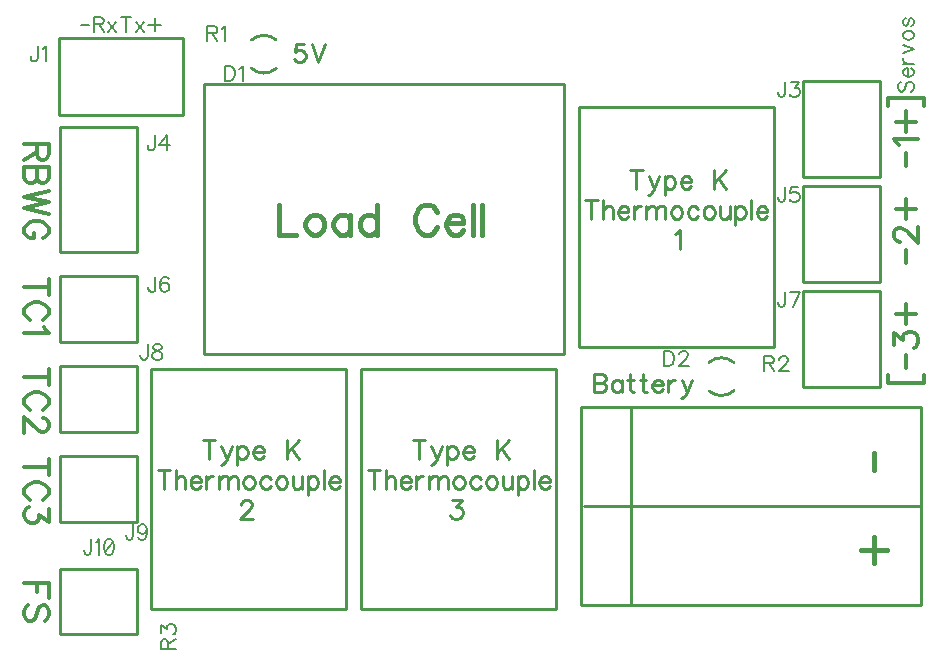
<source format=gbr>
%TF.GenerationSoftware,Novarm,DipTrace,3.3.0.1*%
%TF.CreationDate,2018-11-14T10:16:25-08:00*%
%FSLAX26Y26*%
%MOIN*%
%TF.FileFunction,Legend,Top*%
%TF.Part,Single*%
%ADD10C,0.009843*%
%ADD43C,0.00772*%
%ADD44C,0.012351*%
%ADD45C,0.009264*%
%ADD46C,0.015439*%
G75*
G01*
%LPD*%
X3435629Y632480D2*
D10*
X2299645D1*
Y1294188D1*
X3435629D1*
Y632480D1*
Y963202D2*
X2309642D1*
X2467203Y1293924D2*
Y632480D1*
X1284259Y2420700D2*
G02X1202028Y2421834I-40474J47136D01*
G01*
X1284259Y2516700D2*
G03X1202028Y2515566I-40474J-47136D01*
G01*
X2728141Y1441700D2*
G02X2810372Y1440566I40474J-47136D01*
G01*
X2728141Y1345700D2*
G03X2810372Y1346834I40474J47136D01*
G01*
X974700Y2521700D2*
X559700D1*
Y2265700D1*
X974700D1*
Y2521700D1*
X3040747Y2377755D2*
X3296653D1*
Y2059645D1*
X3040747D1*
Y2377755D1*
X565700Y2224700D2*
X821700D1*
Y1809700D1*
X565700D1*
Y2224700D1*
X3040747Y2027755D2*
X3296653D1*
Y1709645D1*
X3040747D1*
Y2027755D1*
X565747Y1727755D2*
X821653D1*
Y1509645D1*
X565747D1*
Y1727755D1*
X3040747Y1677755D2*
X3296653D1*
Y1359645D1*
X3040747D1*
Y1677755D1*
X565747Y1427755D2*
X821653D1*
Y1209645D1*
X565747D1*
Y1427755D1*
Y1127755D2*
X821653D1*
Y909645D1*
X565747D1*
Y1127755D1*
Y752755D2*
X821653D1*
Y534645D1*
X565747D1*
Y752755D1*
X1043700Y2368700D2*
X2243700D1*
Y1468700D1*
X1043700D1*
Y2368700D1*
X2293700Y1493700D2*
X2943700D1*
Y2293700D1*
X2293700D1*
Y1493700D1*
X1518700Y1418700D2*
X868700D1*
Y618700D1*
X1518700D1*
Y1418700D1*
X2218700D2*
X1568700D1*
Y618700D1*
X2218700D1*
Y1418700D1*
X1113237Y2429915D2*
D43*
Y2379675D1*
X1129984D1*
X1137169Y2382107D1*
X1141977Y2386860D1*
X1144354Y2391669D1*
X1146730Y2398799D1*
Y2410792D1*
X1144354Y2417977D1*
X1141977Y2422730D1*
X1137169Y2427539D1*
X1129984Y2429915D1*
X1113237D1*
X1162170Y2420298D2*
X1166978Y2422730D1*
X1174163Y2429860D1*
Y2379675D1*
X2577487Y1479915D2*
Y1429675D1*
X2594234D1*
X2601419Y1432107D1*
X2606227Y1436860D1*
X2608604Y1441669D1*
X2610980Y1448799D1*
Y1460792D1*
X2608604Y1467977D1*
X2606227Y1472730D1*
X2601419Y1477539D1*
X2594234Y1479915D1*
X2577487D1*
X2628851Y1467922D2*
Y1470298D1*
X2631228Y1475107D1*
X2633605Y1477483D1*
X2638413Y1479860D1*
X2647975D1*
X2652728Y1477483D1*
X2655105Y1475107D1*
X2657536Y1470298D1*
Y1465545D1*
X2655105Y1460737D1*
X2650351Y1453607D1*
X2626420Y1429675D1*
X2659913D1*
X490449Y2494923D2*
Y2456677D1*
X488073Y2449492D1*
X485641Y2447115D1*
X480888Y2444683D1*
X476079D1*
X471326Y2447115D1*
X468950Y2449492D1*
X466518Y2456677D1*
Y2461430D1*
X505889Y2485306D2*
X510697Y2487738D1*
X517882Y2494868D1*
Y2444683D1*
X2981200Y2375978D2*
Y2337732D1*
X2978823Y2330547D1*
X2976391Y2328170D1*
X2971638Y2325738D1*
X2966829D1*
X2962076Y2328170D1*
X2959700Y2330547D1*
X2957268Y2337732D1*
Y2342485D1*
X3001447Y2375923D2*
X3027700D1*
X3013385Y2356800D1*
X3020571D1*
X3025324Y2354423D1*
X3027700Y2352046D1*
X3030132Y2344861D1*
Y2340108D1*
X3027700Y2332923D1*
X3022947Y2328115D1*
X3015762Y2325738D1*
X3008577D1*
X3001447Y2328115D1*
X2999071Y2330547D1*
X2996639Y2335300D1*
X880011Y2197923D2*
Y2159677D1*
X877635Y2152492D1*
X875203Y2150115D1*
X870450Y2147683D1*
X865641D1*
X860888Y2150115D1*
X858511Y2152492D1*
X856080Y2159677D1*
Y2164430D1*
X919382Y2147683D2*
Y2197868D1*
X895451Y2164430D1*
X931320D1*
X2981200Y2025978D2*
Y1987732D1*
X2978823Y1980547D1*
X2976391Y1978170D1*
X2971638Y1975738D1*
X2966829D1*
X2962076Y1978170D1*
X2959700Y1980547D1*
X2957268Y1987732D1*
Y1992485D1*
X3025324Y2025923D2*
X3001447D1*
X2999071Y2004423D1*
X3001447Y2006800D1*
X3008632Y2009232D1*
X3015762D1*
X3022947Y2006800D1*
X3027756Y2002046D1*
X3030132Y1994861D1*
Y1990108D1*
X3027756Y1982923D1*
X3022947Y1978115D1*
X3015762Y1975738D1*
X3008632D1*
X3001447Y1978115D1*
X2999071Y1980547D1*
X2996639Y1985300D1*
X882415Y1725978D2*
Y1687732D1*
X880039Y1680547D1*
X877607Y1678170D1*
X872854Y1675738D1*
X868045D1*
X863292Y1678170D1*
X860916Y1680547D1*
X858484Y1687732D1*
Y1692485D1*
X926540Y1718793D2*
X924163Y1723546D1*
X916978Y1725923D1*
X912225D1*
X905040Y1723546D1*
X900231Y1716361D1*
X897855Y1704423D1*
Y1692485D1*
X900231Y1682923D1*
X905040Y1678115D1*
X912225Y1675738D1*
X914601D1*
X921731Y1678115D1*
X926540Y1682923D1*
X928916Y1690108D1*
Y1692485D1*
X926540Y1699670D1*
X921731Y1704423D1*
X914601Y1706800D1*
X912225D1*
X905040Y1704423D1*
X900231Y1699670D1*
X897855Y1692485D1*
X2981200Y1675978D2*
Y1637732D1*
X2978823Y1630547D1*
X2976391Y1628170D1*
X2971638Y1625738D1*
X2966829D1*
X2962076Y1628170D1*
X2959700Y1630547D1*
X2957268Y1637732D1*
Y1642485D1*
X3006200Y1625738D2*
X3030132Y1675923D1*
X2996639D1*
X856227Y1500978D2*
Y1462732D1*
X853851Y1455547D1*
X851419Y1453170D1*
X846666Y1450738D1*
X841857D1*
X837104Y1453170D1*
X834727Y1455547D1*
X832295Y1462732D1*
Y1467485D1*
X883605Y1500923D2*
X876475Y1498546D1*
X874043Y1493793D1*
Y1488985D1*
X876475Y1484232D1*
X881228Y1481800D1*
X890790Y1479423D1*
X897975Y1477046D1*
X902728Y1472238D1*
X905105Y1467485D1*
Y1460300D1*
X902728Y1455547D1*
X900351Y1453115D1*
X893166Y1450738D1*
X883605D1*
X876475Y1453115D1*
X874043Y1455547D1*
X871666Y1460300D1*
Y1467485D1*
X874043Y1472238D1*
X878851Y1477046D1*
X885981Y1479423D1*
X895543Y1481800D1*
X900351Y1484232D1*
X902728Y1488985D1*
Y1493793D1*
X900351Y1498546D1*
X893166Y1500923D1*
X883605D1*
X807388Y900978D2*
Y862732D1*
X805011Y855547D1*
X802579Y853170D1*
X797826Y850738D1*
X793018D1*
X788265Y853170D1*
X785888Y855547D1*
X783456Y862732D1*
Y867485D1*
X853944Y884232D2*
X851512Y877046D1*
X846759Y872238D1*
X839574Y869861D1*
X837197D1*
X830012Y872238D1*
X825259Y877046D1*
X822827Y884232D1*
Y886608D1*
X825259Y893793D1*
X830012Y898546D1*
X837197Y900923D1*
X839574D1*
X846759Y898546D1*
X851512Y893793D1*
X853944Y884232D1*
Y872238D1*
X851512Y860300D1*
X846759Y853115D1*
X839574Y850738D1*
X834821D1*
X827636Y853115D1*
X825259Y857923D1*
X667483Y850978D2*
Y812732D1*
X665107Y805547D1*
X662675Y803170D1*
X657922Y800738D1*
X653113D1*
X648360Y803170D1*
X645983Y805547D1*
X643551Y812732D1*
Y817485D1*
X682922Y841361D2*
X687731Y843793D1*
X694916Y850923D1*
Y800738D1*
X724725Y850923D2*
X717540Y848546D1*
X712732Y841361D1*
X710355Y829423D1*
Y822238D1*
X712732Y810300D1*
X717540Y803115D1*
X724725Y800738D1*
X729478D1*
X736663Y803115D1*
X741417Y810300D1*
X743849Y822238D1*
Y829423D1*
X741417Y841361D1*
X736663Y848546D1*
X729478Y850923D1*
X724725D1*
X741417Y841361D2*
X712732Y810300D1*
X1054772Y2537676D2*
X1076272D1*
X1083457Y2540108D1*
X1085889Y2542485D1*
X1088266Y2547238D1*
Y2552046D1*
X1085889Y2556800D1*
X1083457Y2559232D1*
X1076272Y2561608D1*
X1054772D1*
Y2511368D1*
X1071519Y2537676D2*
X1088266Y2511368D1*
X1103705Y2551991D2*
X1108513Y2554423D1*
X1115698Y2561553D1*
Y2511368D1*
X2910952Y1437676D2*
X2932451D1*
X2939636Y1440108D1*
X2942068Y1442485D1*
X2944445Y1447238D1*
Y1452046D1*
X2942068Y1456800D1*
X2939636Y1459232D1*
X2932451Y1461608D1*
X2910952D1*
Y1411368D1*
X2927698Y1437676D2*
X2944445Y1411368D1*
X2962316Y1449615D2*
Y1451991D1*
X2964693Y1456800D1*
X2967069Y1459176D1*
X2971878Y1461553D1*
X2981439D1*
X2986192Y1459176D1*
X2988569Y1456800D1*
X2991001Y1451991D1*
Y1447238D1*
X2988569Y1442430D1*
X2983816Y1435300D1*
X2959884Y1411368D1*
X2993378D1*
X924724Y485952D2*
Y507452D1*
X922292Y514637D1*
X919915Y517068D1*
X915162Y519445D1*
X910354D1*
X905600Y517068D1*
X903169Y514637D1*
X900792Y507452D1*
Y485952D1*
X951032D1*
X924724Y502698D2*
X951032Y519445D1*
X900847Y539693D2*
Y565946D1*
X919970Y551631D1*
Y558816D1*
X922347Y563569D1*
X924724Y565946D1*
X931909Y568378D1*
X936662D1*
X943847Y565946D1*
X948655Y561192D1*
X951032Y554007D1*
Y546822D1*
X948655Y539693D1*
X946223Y537316D1*
X941470Y534884D1*
X3384451Y2096132D2*
D44*
Y2140347D1*
X3359602Y2165050D2*
X3355711Y2172744D1*
X3344303Y2184240D1*
X3424599D1*
X3350007Y2243342D2*
X3418895D1*
X3384495Y2208942D2*
Y2277830D1*
X3384451Y1771132D2*
Y1815347D1*
X3363404Y1843941D2*
X3359602D1*
X3351908Y1847744D1*
X3348106Y1851546D1*
X3344303Y1859240D1*
Y1874538D1*
X3348106Y1882143D1*
X3351908Y1885946D1*
X3359602Y1889837D1*
X3367207D1*
X3374900Y1885946D1*
X3386308Y1878341D1*
X3424599Y1840050D1*
Y1893639D1*
X3350007Y1952742D2*
X3418895D1*
X3384495Y1918342D2*
Y1987230D1*
X3384451Y1421132D2*
Y1465347D1*
X3344303Y1497744D2*
Y1539748D1*
X3374900Y1516845D1*
Y1528341D1*
X3378703Y1535946D1*
X3382505Y1539748D1*
X3394001Y1543639D1*
X3401606D1*
X3413102Y1539748D1*
X3420796Y1532143D1*
X3424599Y1520647D1*
Y1509151D1*
X3420796Y1497744D1*
X3416905Y1493941D1*
X3409300Y1490050D1*
X3350007Y1602742D2*
X3418895D1*
X3384495Y1568342D2*
Y1637230D1*
X2344113Y1402569D2*
D45*
Y1342281D1*
X2369979D1*
X2378601Y1345199D1*
X2381453Y1348051D1*
X2384305Y1353755D1*
Y1362377D1*
X2381453Y1368147D1*
X2378601Y1370999D1*
X2369979Y1373851D1*
X2378601Y1376769D1*
X2381453Y1379621D1*
X2384305Y1385325D1*
Y1391095D1*
X2381453Y1396799D1*
X2378601Y1399717D1*
X2369979Y1402569D1*
X2344113D1*
Y1373851D2*
X2369979D1*
X2437254Y1382473D2*
Y1342281D1*
Y1373851D2*
X2431550Y1379621D1*
X2425780Y1382473D1*
X2417224D1*
X2411454Y1379621D1*
X2405750Y1373851D1*
X2402832Y1365229D1*
Y1359525D1*
X2405750Y1350903D1*
X2411454Y1345199D1*
X2417224Y1342281D1*
X2425780D1*
X2431550Y1345199D1*
X2437254Y1350903D1*
X2464403Y1402569D2*
Y1353755D1*
X2467255Y1345199D1*
X2473025Y1342281D1*
X2478729D1*
X2455781Y1382473D2*
X2475877D1*
X2505878Y1402569D2*
Y1353755D1*
X2508730Y1345199D1*
X2514500Y1342281D1*
X2520204D1*
X2497256Y1382473D2*
X2517352D1*
X2538731Y1365229D2*
X2573153D1*
Y1370999D1*
X2570301Y1376769D1*
X2567449Y1379621D1*
X2561679Y1382473D1*
X2553057D1*
X2547353Y1379621D1*
X2541583Y1373851D1*
X2538731Y1365229D1*
Y1359525D1*
X2541583Y1350903D1*
X2547353Y1345199D1*
X2553057Y1342281D1*
X2561679D1*
X2567449Y1345199D1*
X2573153Y1350903D1*
X2591680Y1382473D2*
Y1342281D1*
Y1365229D2*
X2594598Y1373851D1*
X2600302Y1379621D1*
X2606072Y1382473D1*
X2614694D1*
X2636139D2*
X2653317Y1342281D1*
X2647613Y1330807D1*
X2641843Y1325037D1*
X2636139Y1322185D1*
X2633221D1*
X2670561Y1382473D2*
X2653317Y1342281D1*
X1378534Y2502502D2*
X1349883D1*
X1347031Y2476703D1*
X1349883Y2479554D1*
X1358505Y2482473D1*
X1367061D1*
X1375683Y2479554D1*
X1381453Y2473851D1*
X1384305Y2465229D1*
Y2459525D1*
X1381453Y2450903D1*
X1375683Y2445133D1*
X1367061Y2442281D1*
X1358505D1*
X1349883Y2445133D1*
X1347031Y2448051D1*
X1344113Y2453755D1*
X1402832Y2502569D2*
X1425780Y2442281D1*
X1448728Y2502569D1*
X3233238Y815675D2*
D46*
X3319348D1*
X3276349Y772676D2*
Y858786D1*
X3276293Y1084068D2*
Y1139337D1*
X3323256Y2296132D2*
D44*
Y2322926D1*
X3445645D1*
Y2296132D1*
X3323256Y1397926D2*
Y1371132D1*
X3445645D1*
Y1397926D1*
X3366224Y2377309D2*
D43*
X3361416Y2372556D1*
X3359039Y2365371D1*
Y2355809D1*
X3361416Y2348624D1*
X3366224Y2343816D1*
X3370977D1*
X3375786Y2346248D1*
X3378163Y2348624D1*
X3380539Y2353377D1*
X3385348Y2367748D1*
X3387724Y2372556D1*
X3390156Y2374933D1*
X3394909Y2377309D1*
X3402094D1*
X3406847Y2372556D1*
X3409279Y2365371D1*
Y2355809D1*
X3406847Y2348624D1*
X3402094Y2343816D1*
X3390156Y2392748D2*
Y2421433D1*
X3385348D1*
X3380539Y2419057D1*
X3378163Y2416680D1*
X3375786Y2411872D1*
Y2404687D1*
X3378163Y2399933D1*
X3382971Y2395125D1*
X3390156Y2392748D1*
X3394909D1*
X3402094Y2395125D1*
X3406847Y2399933D1*
X3409279Y2404687D1*
Y2411872D1*
X3406847Y2416680D1*
X3402094Y2421433D1*
X3375786Y2436872D2*
X3409279D1*
X3390156D2*
X3382971Y2439304D1*
X3378163Y2444058D1*
X3375786Y2448866D1*
Y2456051D1*
Y2471490D2*
X3409279Y2485860D1*
X3375786Y2500175D1*
Y2527553D2*
X3378163Y2522799D1*
X3382971Y2517991D1*
X3390156Y2515614D1*
X3394909D1*
X3402094Y2517991D1*
X3406847Y2522799D1*
X3409279Y2527553D1*
Y2534738D1*
X3406847Y2539546D1*
X3402094Y2544299D1*
X3394909Y2546731D1*
X3390156D1*
X3382971Y2544299D1*
X3378163Y2539546D1*
X3375786Y2534738D1*
Y2527553D1*
X3382971Y2588479D2*
X3378163Y2586102D1*
X3375786Y2578917D1*
Y2571732D1*
X3378163Y2564547D1*
X3382971Y2562170D1*
X3387724Y2564547D1*
X3390156Y2569355D1*
X3392533Y2581294D1*
X3394909Y2586102D1*
X3399718Y2588479D1*
X3402094D1*
X3406847Y2586102D1*
X3409279Y2578917D1*
Y2571732D1*
X3406847Y2564547D1*
X3402094Y2562170D1*
X487728Y2169611D2*
D44*
Y2135211D1*
X491619Y2123715D1*
X495422Y2119824D1*
X503027Y2116021D1*
X510720D1*
X518325Y2119824D1*
X522216Y2123715D1*
X526019Y2135211D1*
Y2169611D1*
X445635D1*
X487728Y2142816D2*
X445635Y2116022D1*
X526019Y2091319D2*
X445635D1*
Y2056831D1*
X449526Y2045335D1*
X453328Y2041532D1*
X460933Y2037729D1*
X472429D1*
X480123Y2041532D1*
X483926Y2045334D1*
X487728Y2056831D1*
X491619Y2045334D1*
X495422Y2041532D1*
X503027Y2037729D1*
X510720D1*
X518325Y2041532D1*
X522216Y2045334D1*
X526019Y2056831D1*
Y2091319D1*
X487728D2*
Y2056831D1*
X526019Y2013027D2*
X445635Y1993837D1*
X526019Y1974736D1*
X445635Y1955635D1*
X526019Y1936445D1*
X506918Y1854350D2*
X514523Y1858153D1*
X522216Y1865847D1*
X526019Y1873452D1*
Y1888750D1*
X522216Y1896444D1*
X514523Y1904049D1*
X506918Y1907940D1*
X495422Y1911742D1*
X476232D1*
X464824Y1907940D1*
X457131Y1904049D1*
X449526Y1896444D1*
X445635Y1888750D1*
Y1873452D1*
X449526Y1865847D1*
X457131Y1858153D1*
X464824Y1854350D1*
X476232D1*
Y1873452D1*
X526019Y1692816D2*
X445635D1*
X526019Y1719611D2*
Y1666021D1*
X506918Y1583927D2*
X514523Y1587729D1*
X522216Y1595423D1*
X526019Y1603028D1*
Y1618327D1*
X522216Y1626020D1*
X514523Y1633625D1*
X506918Y1637516D1*
X495422Y1641319D1*
X476232D1*
X464824Y1637516D1*
X457131Y1633625D1*
X449526Y1626020D1*
X445635Y1618327D1*
Y1603028D1*
X449526Y1595423D1*
X457131Y1587729D1*
X464824Y1583927D1*
X510632Y1559224D2*
X514523Y1551531D1*
X525930Y1540034D1*
X445635Y1540035D1*
X526019Y1392816D2*
X445635D1*
X526019Y1419611D2*
Y1366021D1*
X506918Y1283927D2*
X514523Y1287729D1*
X522216Y1295423D1*
X526019Y1303028D1*
Y1318327D1*
X522216Y1326020D1*
X514523Y1333625D1*
X506918Y1337516D1*
X495422Y1341319D1*
X476232D1*
X464824Y1337516D1*
X457131Y1333625D1*
X449526Y1326020D1*
X445635Y1318327D1*
Y1303028D1*
X449526Y1295423D1*
X457131Y1287729D1*
X464824Y1283927D1*
X506829Y1255333D2*
X510632D1*
X518325Y1251531D1*
X522128Y1247728D1*
X525930Y1240034D1*
Y1224736D1*
X522128Y1217131D1*
X518325Y1213328D1*
X510632Y1209437D1*
X503027D1*
X495333Y1213328D1*
X483926Y1220933D1*
X445635Y1259224D1*
Y1205635D1*
X526019Y1092816D2*
X445635D1*
X526019Y1119611D2*
Y1066021D1*
X506918Y983927D2*
X514523Y987729D1*
X522216Y995423D1*
X526019Y1003028D1*
Y1018327D1*
X522216Y1026020D1*
X514523Y1033625D1*
X506918Y1037516D1*
X495422Y1041319D1*
X476232D1*
X464824Y1037516D1*
X457131Y1033625D1*
X449526Y1026020D1*
X445635Y1018327D1*
Y1003028D1*
X449526Y995423D1*
X457131Y987729D1*
X464824Y983927D1*
X525930Y951531D2*
Y909526D1*
X495333Y932429D1*
Y920933D1*
X491531Y913328D1*
X487728Y909526D1*
X476232Y905635D1*
X468627D1*
X457131Y909526D1*
X449437Y917131D1*
X445635Y928627D1*
Y940123D1*
X449437Y951531D1*
X453328Y955333D1*
X460933Y959224D1*
X526019Y657324D2*
Y707111D1*
X445635D1*
X487728D2*
Y676514D1*
X514523Y579032D2*
X522216Y586637D1*
X526019Y598133D1*
Y613432D1*
X522216Y624928D1*
X514523Y632621D1*
X506918D1*
X499224Y628730D1*
X495422Y624928D1*
X491619Y617323D1*
X483926Y594331D1*
X480123Y586637D1*
X476232Y582835D1*
X468627Y579032D1*
X457131D1*
X449526Y586637D1*
X445635Y598133D1*
Y613432D1*
X449526Y624928D1*
X457131Y632621D1*
X633561Y2567020D2*
D43*
X661196D1*
X676635Y2568236D2*
X698135D1*
X705320Y2570668D1*
X707752Y2573045D1*
X710128Y2577798D1*
Y2582606D1*
X707752Y2587359D1*
X705320Y2589791D1*
X698135Y2592168D1*
X676635D1*
Y2541928D1*
X693382Y2568236D2*
X710128Y2541928D1*
X725568Y2575421D2*
X751876Y2541928D1*
Y2575421D2*
X725568Y2541928D1*
X784062Y2592168D2*
Y2541928D1*
X767315Y2592168D2*
X800809D1*
X816248Y2575421D2*
X842556Y2541928D1*
Y2575421D2*
X816248Y2541928D1*
X879495Y2588548D2*
Y2545493D1*
X857995Y2566993D2*
X901050D1*
X1293700Y1967502D2*
D46*
Y1867022D1*
X1351070D1*
X1405825Y1934008D2*
X1396319Y1929255D1*
X1386702Y1919638D1*
X1381949Y1905268D1*
Y1895762D1*
X1386702Y1881392D1*
X1396319Y1871885D1*
X1405825Y1867022D1*
X1420195D1*
X1429812Y1871885D1*
X1439319Y1881392D1*
X1444182Y1895762D1*
Y1905268D1*
X1439319Y1919638D1*
X1429812Y1929255D1*
X1420195Y1934008D1*
X1405825D1*
X1532430D2*
Y1867022D1*
Y1919638D2*
X1522924Y1929255D1*
X1513307Y1934008D1*
X1499048D1*
X1489431Y1929255D1*
X1479924Y1919638D1*
X1475061Y1905268D1*
Y1895762D1*
X1479924Y1881392D1*
X1489431Y1871885D1*
X1499048Y1867022D1*
X1513307D1*
X1522924Y1871885D1*
X1532430Y1881392D1*
X1620679Y1967502D2*
Y1867022D1*
Y1919638D2*
X1611172Y1929255D1*
X1601556Y1934008D1*
X1587185D1*
X1577679Y1929255D1*
X1568062Y1919638D1*
X1563309Y1905268D1*
Y1895762D1*
X1568062Y1881392D1*
X1577679Y1871885D1*
X1587185Y1867022D1*
X1601556D1*
X1611172Y1871885D1*
X1620679Y1881392D1*
X1820499Y1943625D2*
X1815746Y1953132D1*
X1806129Y1962749D1*
X1796623Y1967502D1*
X1777499D1*
X1767882Y1962749D1*
X1758376Y1953132D1*
X1753512Y1943625D1*
X1748759Y1929255D1*
Y1905268D1*
X1753512Y1891009D1*
X1758376Y1881392D1*
X1767882Y1871885D1*
X1777499Y1867022D1*
X1796623D1*
X1806129Y1871885D1*
X1815746Y1881392D1*
X1820499Y1891009D1*
X1851378Y1905268D2*
X1908747D1*
Y1914885D1*
X1903994Y1924502D1*
X1899241Y1929255D1*
X1889624Y1934008D1*
X1875254D1*
X1865748Y1929255D1*
X1856131Y1919638D1*
X1851378Y1905268D1*
Y1895762D1*
X1856131Y1881392D1*
X1865748Y1871885D1*
X1875254Y1867022D1*
X1889624D1*
X1899241Y1871885D1*
X1908747Y1881392D1*
X1939626Y1967502D2*
Y1867022D1*
X1970504Y1967502D2*
Y1867022D1*
X910709Y1081069D2*
D45*
Y1020781D1*
X890613Y1081069D2*
X930805D1*
X949332D2*
Y1020781D1*
Y1049499D2*
X957954Y1058121D1*
X963724Y1060973D1*
X972346D1*
X978050Y1058121D1*
X980902Y1049499D1*
Y1020781D1*
X999429Y1043729D2*
X1033851D1*
Y1049499D1*
X1030999Y1055269D1*
X1028147Y1058121D1*
X1022377Y1060973D1*
X1013755D1*
X1008051Y1058121D1*
X1002281Y1052351D1*
X999429Y1043729D1*
Y1038025D1*
X1002281Y1029403D1*
X1008051Y1023699D1*
X1013755Y1020781D1*
X1022377D1*
X1028147Y1023699D1*
X1033851Y1029403D1*
X1052378Y1060973D2*
Y1020781D1*
Y1043729D2*
X1055296Y1052351D1*
X1061000Y1058121D1*
X1066770Y1060973D1*
X1075392D1*
X1093919D2*
Y1020781D1*
Y1049499D2*
X1102541Y1058121D1*
X1108311Y1060973D1*
X1116867D1*
X1122637Y1058121D1*
X1125489Y1049499D1*
Y1020781D1*
Y1049499D2*
X1134111Y1058121D1*
X1139881Y1060973D1*
X1148437D1*
X1154207Y1058121D1*
X1157125Y1049499D1*
Y1020781D1*
X1189978Y1060973D2*
X1184274Y1058121D1*
X1178504Y1052351D1*
X1175652Y1043729D1*
Y1038025D1*
X1178504Y1029403D1*
X1184274Y1023699D1*
X1189978Y1020781D1*
X1198600D1*
X1204370Y1023699D1*
X1210074Y1029403D1*
X1212992Y1038025D1*
Y1043729D1*
X1210074Y1052351D1*
X1204370Y1058121D1*
X1198600Y1060973D1*
X1189978D1*
X1266008Y1052351D2*
X1260238Y1058121D1*
X1254467Y1060973D1*
X1245912D1*
X1240142Y1058121D1*
X1234438Y1052351D1*
X1231520Y1043729D1*
Y1038025D1*
X1234438Y1029403D1*
X1240142Y1023699D1*
X1245912Y1020781D1*
X1254467D1*
X1260238Y1023699D1*
X1266008Y1029403D1*
X1298861Y1060973D2*
X1293157Y1058121D1*
X1287387Y1052351D1*
X1284535Y1043729D1*
Y1038025D1*
X1287387Y1029403D1*
X1293157Y1023699D1*
X1298861Y1020781D1*
X1307483D1*
X1313253Y1023699D1*
X1318957Y1029403D1*
X1321875Y1038025D1*
Y1043729D1*
X1318957Y1052351D1*
X1313253Y1058121D1*
X1307483Y1060973D1*
X1298861D1*
X1340402D2*
Y1032255D1*
X1343254Y1023699D1*
X1349024Y1020781D1*
X1357646D1*
X1363350Y1023699D1*
X1371972Y1032255D1*
Y1060973D2*
Y1020781D1*
X1390499Y1060973D2*
Y1000685D1*
Y1052351D2*
X1396269Y1058054D1*
X1401973Y1060973D1*
X1410595D1*
X1416365Y1058054D1*
X1422069Y1052351D1*
X1424987Y1043729D1*
Y1037958D1*
X1422069Y1029403D1*
X1416365Y1023633D1*
X1410595Y1020781D1*
X1401973D1*
X1396269Y1023633D1*
X1390499Y1029403D1*
X1443514Y1081069D2*
Y1020781D1*
X1462041Y1043729D2*
X1496463D1*
Y1049499D1*
X1493611Y1055269D1*
X1490760Y1058121D1*
X1484989Y1060973D1*
X1476367D1*
X1470664Y1058121D1*
X1464893Y1052351D1*
X1462041Y1043729D1*
Y1038025D1*
X1464893Y1029403D1*
X1470664Y1023699D1*
X1476367Y1020781D1*
X1484989D1*
X1490760Y1023699D1*
X1496463Y1029403D1*
X1610709Y1081069D2*
Y1020781D1*
X1590613Y1081069D2*
X1630805D1*
X1649332D2*
Y1020781D1*
Y1049499D2*
X1657954Y1058121D1*
X1663724Y1060973D1*
X1672346D1*
X1678050Y1058121D1*
X1680902Y1049499D1*
Y1020781D1*
X1699429Y1043729D2*
X1733851D1*
Y1049499D1*
X1730999Y1055269D1*
X1728147Y1058121D1*
X1722377Y1060973D1*
X1713755D1*
X1708051Y1058121D1*
X1702281Y1052351D1*
X1699429Y1043729D1*
Y1038025D1*
X1702281Y1029403D1*
X1708051Y1023699D1*
X1713755Y1020781D1*
X1722377D1*
X1728147Y1023699D1*
X1733851Y1029403D1*
X1752378Y1060973D2*
Y1020781D1*
Y1043729D2*
X1755296Y1052351D1*
X1761000Y1058121D1*
X1766770Y1060973D1*
X1775392D1*
X1793919D2*
Y1020781D1*
Y1049499D2*
X1802541Y1058121D1*
X1808311Y1060973D1*
X1816867D1*
X1822637Y1058121D1*
X1825489Y1049499D1*
Y1020781D1*
Y1049499D2*
X1834111Y1058121D1*
X1839881Y1060973D1*
X1848437D1*
X1854207Y1058121D1*
X1857125Y1049499D1*
Y1020781D1*
X1889978Y1060973D2*
X1884274Y1058121D1*
X1878504Y1052351D1*
X1875652Y1043729D1*
Y1038025D1*
X1878504Y1029403D1*
X1884274Y1023699D1*
X1889978Y1020781D1*
X1898600D1*
X1904370Y1023699D1*
X1910074Y1029403D1*
X1912992Y1038025D1*
Y1043729D1*
X1910074Y1052351D1*
X1904370Y1058121D1*
X1898600Y1060973D1*
X1889978D1*
X1966008Y1052351D2*
X1960238Y1058121D1*
X1954467Y1060973D1*
X1945912D1*
X1940142Y1058121D1*
X1934438Y1052351D1*
X1931520Y1043729D1*
Y1038025D1*
X1934438Y1029403D1*
X1940142Y1023699D1*
X1945912Y1020781D1*
X1954467D1*
X1960238Y1023699D1*
X1966008Y1029403D1*
X1998861Y1060973D2*
X1993157Y1058121D1*
X1987387Y1052351D1*
X1984535Y1043729D1*
Y1038025D1*
X1987387Y1029403D1*
X1993157Y1023699D1*
X1998861Y1020781D1*
X2007483D1*
X2013253Y1023699D1*
X2018957Y1029403D1*
X2021875Y1038025D1*
Y1043729D1*
X2018957Y1052351D1*
X2013253Y1058121D1*
X2007483Y1060973D1*
X1998861D1*
X2040402D2*
Y1032255D1*
X2043254Y1023699D1*
X2049024Y1020781D1*
X2057646D1*
X2063350Y1023699D1*
X2071972Y1032255D1*
Y1060973D2*
Y1020781D1*
X2090499Y1060973D2*
Y1000685D1*
Y1052351D2*
X2096269Y1058054D1*
X2101973Y1060973D1*
X2110595D1*
X2116365Y1058054D1*
X2122069Y1052351D1*
X2124987Y1043729D1*
Y1037958D1*
X2122069Y1029403D1*
X2116365Y1023633D1*
X2110595Y1020781D1*
X2101973D1*
X2096269Y1023633D1*
X2090499Y1029403D1*
X2143514Y1081069D2*
Y1020781D1*
X2162041Y1043729D2*
X2196463D1*
Y1049499D1*
X2193611Y1055269D1*
X2190760Y1058121D1*
X2184989Y1060973D1*
X2176367D1*
X2170664Y1058121D1*
X2164893Y1052351D1*
X2162041Y1043729D1*
Y1038025D1*
X2164893Y1029403D1*
X2170664Y1023699D1*
X2176367Y1020781D1*
X2184989D1*
X2190760Y1023699D1*
X2196463Y1029403D1*
X2335709Y1981069D2*
Y1920781D1*
X2315613Y1981069D2*
X2355805D1*
X2374332D2*
Y1920781D1*
Y1949499D2*
X2382954Y1958121D1*
X2388724Y1960973D1*
X2397346D1*
X2403050Y1958121D1*
X2405902Y1949499D1*
Y1920781D1*
X2424429Y1943729D2*
X2458851D1*
Y1949499D1*
X2455999Y1955269D1*
X2453147Y1958121D1*
X2447377Y1960973D1*
X2438755D1*
X2433051Y1958121D1*
X2427281Y1952351D1*
X2424429Y1943729D1*
Y1938025D1*
X2427281Y1929403D1*
X2433051Y1923699D1*
X2438755Y1920781D1*
X2447377D1*
X2453147Y1923699D1*
X2458851Y1929403D1*
X2477378Y1960973D2*
Y1920781D1*
Y1943729D2*
X2480296Y1952351D1*
X2486000Y1958121D1*
X2491770Y1960973D1*
X2500392D1*
X2518919D2*
Y1920781D1*
Y1949499D2*
X2527541Y1958121D1*
X2533311Y1960973D1*
X2541867D1*
X2547637Y1958121D1*
X2550489Y1949499D1*
Y1920781D1*
Y1949499D2*
X2559111Y1958121D1*
X2564881Y1960973D1*
X2573437D1*
X2579207Y1958121D1*
X2582125Y1949499D1*
Y1920781D1*
X2614978Y1960973D2*
X2609274Y1958121D1*
X2603504Y1952351D1*
X2600652Y1943729D1*
Y1938025D1*
X2603504Y1929403D1*
X2609274Y1923699D1*
X2614978Y1920781D1*
X2623600D1*
X2629370Y1923699D1*
X2635074Y1929403D1*
X2637992Y1938025D1*
Y1943729D1*
X2635074Y1952351D1*
X2629370Y1958121D1*
X2623600Y1960973D1*
X2614978D1*
X2691008Y1952351D2*
X2685238Y1958121D1*
X2679467Y1960973D1*
X2670912D1*
X2665142Y1958121D1*
X2659438Y1952351D1*
X2656520Y1943729D1*
Y1938025D1*
X2659438Y1929403D1*
X2665142Y1923699D1*
X2670912Y1920781D1*
X2679467D1*
X2685238Y1923699D1*
X2691008Y1929403D1*
X2723861Y1960973D2*
X2718157Y1958121D1*
X2712387Y1952351D1*
X2709535Y1943729D1*
Y1938025D1*
X2712387Y1929403D1*
X2718157Y1923699D1*
X2723861Y1920781D1*
X2732483D1*
X2738253Y1923699D1*
X2743957Y1929403D1*
X2746875Y1938025D1*
Y1943729D1*
X2743957Y1952351D1*
X2738253Y1958121D1*
X2732483Y1960973D1*
X2723861D1*
X2765402D2*
Y1932255D1*
X2768254Y1923699D1*
X2774024Y1920781D1*
X2782646D1*
X2788350Y1923699D1*
X2796972Y1932255D1*
Y1960973D2*
Y1920781D1*
X2815499Y1960973D2*
Y1900685D1*
Y1952351D2*
X2821269Y1958054D1*
X2826973Y1960973D1*
X2835595D1*
X2841365Y1958054D1*
X2847069Y1952351D1*
X2849987Y1943729D1*
Y1937958D1*
X2847069Y1929403D1*
X2841365Y1923633D1*
X2835595Y1920781D1*
X2826973D1*
X2821269Y1923633D1*
X2815499Y1929403D1*
X2868514Y1981069D2*
Y1920781D1*
X2887041Y1943729D2*
X2921463D1*
Y1949499D1*
X2918611Y1955269D1*
X2915760Y1958121D1*
X2909989Y1960973D1*
X2901367D1*
X2895664Y1958121D1*
X2889893Y1952351D1*
X2887041Y1943729D1*
Y1938025D1*
X2889893Y1929403D1*
X2895664Y1923699D1*
X2901367Y1920781D1*
X2909989D1*
X2915760Y1923699D1*
X2921463Y1929403D1*
X2615613Y1869528D2*
X2621383Y1872447D1*
X2630005Y1881002D1*
Y1820781D1*
X1168531Y966677D2*
Y969528D1*
X1171383Y975299D1*
X1174235Y978150D1*
X1180005Y981002D1*
X1191479D1*
X1197183Y978150D1*
X1200034Y975299D1*
X1202953Y969528D1*
Y963825D1*
X1200034Y958054D1*
X1194331Y949499D1*
X1165613Y920781D1*
X1205805D1*
X1871383Y981002D2*
X1902886D1*
X1885709Y958054D1*
X1894331D1*
X1900034Y955203D1*
X1902886Y952351D1*
X1905805Y943729D1*
Y938025D1*
X1902886Y929403D1*
X1897183Y923633D1*
X1888561Y920781D1*
X1879938D1*
X1871383Y923633D1*
X1868531Y926551D1*
X1865613Y932255D1*
X2485709Y2081069D2*
Y2020781D1*
X2465613Y2081069D2*
X2505805D1*
X2527250Y2060973D2*
X2544428Y2020781D1*
X2538724Y2009307D1*
X2532954Y2003537D1*
X2527250Y2000685D1*
X2524332D1*
X2561672Y2060973D2*
X2544428Y2020781D1*
X2580199Y2060973D2*
Y2000685D1*
Y2052351D2*
X2585969Y2058054D1*
X2591673Y2060973D1*
X2600295D1*
X2606065Y2058054D1*
X2611769Y2052351D1*
X2614687Y2043729D1*
Y2037958D1*
X2611769Y2029403D1*
X2606065Y2023633D1*
X2600295Y2020781D1*
X2591673D1*
X2585969Y2023633D1*
X2580199Y2029403D1*
X2633214Y2043729D2*
X2667636D1*
Y2049499D1*
X2664784Y2055269D1*
X2661932Y2058121D1*
X2656162Y2060973D1*
X2647540D1*
X2641836Y2058121D1*
X2636066Y2052351D1*
X2633214Y2043729D1*
Y2038025D1*
X2636066Y2029403D1*
X2641836Y2023699D1*
X2647540Y2020781D1*
X2656162D1*
X2661932Y2023699D1*
X2667636Y2029403D1*
X2744484Y2081069D2*
Y2020781D1*
X2784676Y2081069D2*
X2744484Y2040877D1*
X2758810Y2055269D2*
X2784676Y2020781D1*
X1760709Y1181069D2*
Y1120781D1*
X1740613Y1181069D2*
X1780805D1*
X1802250Y1160973D2*
X1819428Y1120781D1*
X1813724Y1109307D1*
X1807954Y1103537D1*
X1802250Y1100685D1*
X1799332D1*
X1836672Y1160973D2*
X1819428Y1120781D1*
X1855199Y1160973D2*
Y1100685D1*
Y1152351D2*
X1860969Y1158054D1*
X1866673Y1160973D1*
X1875295D1*
X1881065Y1158054D1*
X1886769Y1152351D1*
X1889687Y1143729D1*
Y1137958D1*
X1886769Y1129403D1*
X1881065Y1123633D1*
X1875295Y1120781D1*
X1866673D1*
X1860969Y1123633D1*
X1855199Y1129403D1*
X1908214Y1143729D2*
X1942636D1*
Y1149499D1*
X1939784Y1155269D1*
X1936932Y1158121D1*
X1931162Y1160973D1*
X1922540D1*
X1916836Y1158121D1*
X1911066Y1152351D1*
X1908214Y1143729D1*
Y1138025D1*
X1911066Y1129403D1*
X1916836Y1123699D1*
X1922540Y1120781D1*
X1931162D1*
X1936932Y1123699D1*
X1942636Y1129403D1*
X2019484Y1181069D2*
Y1120781D1*
X2059676Y1181069D2*
X2019484Y1140877D1*
X2033810Y1155269D2*
X2059676Y1120781D1*
X1060709Y1181069D2*
Y1120781D1*
X1040613Y1181069D2*
X1080805D1*
X1102250Y1160973D2*
X1119428Y1120781D1*
X1113724Y1109307D1*
X1107954Y1103537D1*
X1102250Y1100685D1*
X1099332D1*
X1136672Y1160973D2*
X1119428Y1120781D1*
X1155199Y1160973D2*
Y1100685D1*
Y1152351D2*
X1160969Y1158054D1*
X1166673Y1160973D1*
X1175295D1*
X1181065Y1158054D1*
X1186769Y1152351D1*
X1189687Y1143729D1*
Y1137958D1*
X1186769Y1129403D1*
X1181065Y1123633D1*
X1175295Y1120781D1*
X1166673D1*
X1160969Y1123633D1*
X1155199Y1129403D1*
X1208214Y1143729D2*
X1242636D1*
Y1149499D1*
X1239784Y1155269D1*
X1236932Y1158121D1*
X1231162Y1160973D1*
X1222540D1*
X1216836Y1158121D1*
X1211066Y1152351D1*
X1208214Y1143729D1*
Y1138025D1*
X1211066Y1129403D1*
X1216836Y1123699D1*
X1222540Y1120781D1*
X1231162D1*
X1236932Y1123699D1*
X1242636Y1129403D1*
X1319484Y1181069D2*
Y1120781D1*
X1359676Y1181069D2*
X1319484Y1140877D1*
X1333810Y1155269D2*
X1359676Y1120781D1*
M02*

</source>
